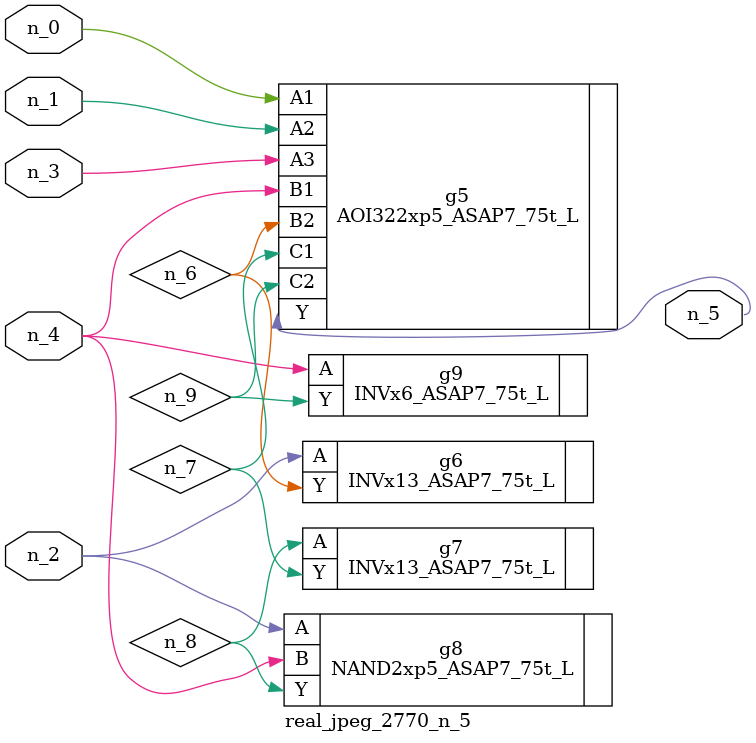
<source format=v>
module real_jpeg_2770_n_5 (n_4, n_0, n_1, n_2, n_3, n_5);

input n_4;
input n_0;
input n_1;
input n_2;
input n_3;

output n_5;

wire n_8;
wire n_6;
wire n_7;
wire n_9;

AOI322xp5_ASAP7_75t_L g5 ( 
.A1(n_0),
.A2(n_1),
.A3(n_3),
.B1(n_4),
.B2(n_6),
.C1(n_7),
.C2(n_9),
.Y(n_5)
);

INVx13_ASAP7_75t_L g6 ( 
.A(n_2),
.Y(n_6)
);

NAND2xp5_ASAP7_75t_L g8 ( 
.A(n_2),
.B(n_4),
.Y(n_8)
);

INVx6_ASAP7_75t_L g9 ( 
.A(n_4),
.Y(n_9)
);

INVx13_ASAP7_75t_L g7 ( 
.A(n_8),
.Y(n_7)
);


endmodule
</source>
